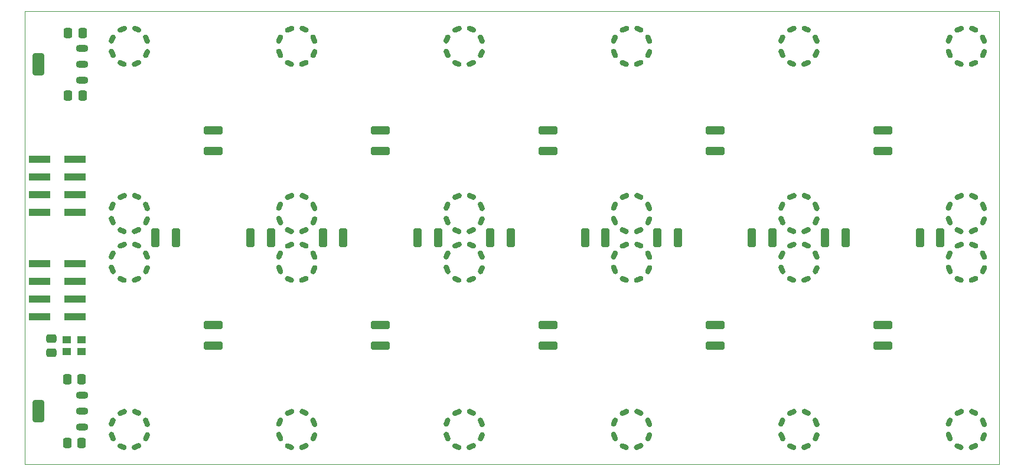
<source format=gbr>
%TF.GenerationSoftware,KiCad,Pcbnew,8.0.6*%
%TF.CreationDate,2024-12-06T19:08:15+01:00*%
%TF.ProjectId,AsicsBoard - 10xBM1370 - 01A,41736963-7342-46f6-9172-64202d203130,rev?*%
%TF.SameCoordinates,Original*%
%TF.FileFunction,Paste,Bot*%
%TF.FilePolarity,Positive*%
%FSLAX46Y46*%
G04 Gerber Fmt 4.6, Leading zero omitted, Abs format (unit mm)*
G04 Created by KiCad (PCBNEW 8.0.6) date 2024-12-06 19:08:15*
%MOMM*%
%LPD*%
G01*
G04 APERTURE LIST*
G04 Aperture macros list*
%AMRoundRect*
0 Rectangle with rounded corners*
0 $1 Rounding radius*
0 $2 $3 $4 $5 $6 $7 $8 $9 X,Y pos of 4 corners*
0 Add a 4 corners polygon primitive as box body*
4,1,4,$2,$3,$4,$5,$6,$7,$8,$9,$2,$3,0*
0 Add four circle primitives for the rounded corners*
1,1,$1+$1,$2,$3*
1,1,$1+$1,$4,$5*
1,1,$1+$1,$6,$7*
1,1,$1+$1,$8,$9*
0 Add four rect primitives between the rounded corners*
20,1,$1+$1,$2,$3,$4,$5,0*
20,1,$1+$1,$4,$5,$6,$7,0*
20,1,$1+$1,$6,$7,$8,$9,0*
20,1,$1+$1,$8,$9,$2,$3,0*%
G04 Aperture macros list end*
%ADD10C,0.800000*%
%ADD11RoundRect,0.250000X0.325000X1.100000X-0.325000X1.100000X-0.325000X-1.100000X0.325000X-1.100000X0*%
%ADD12RoundRect,0.250000X-0.325000X-1.100000X0.325000X-1.100000X0.325000X1.100000X-0.325000X1.100000X0*%
%ADD13RoundRect,0.250000X0.337500X0.475000X-0.337500X0.475000X-0.337500X-0.475000X0.337500X-0.475000X0*%
%ADD14RoundRect,0.250000X1.100000X-0.325000X1.100000X0.325000X-1.100000X0.325000X-1.100000X-0.325000X0*%
%ADD15R,3.150000X1.000000*%
%ADD16RoundRect,0.422400X-0.457600X0.057600X-0.457600X-0.057600X0.457600X-0.057600X0.457600X0.057600X0*%
%ADD17RoundRect,0.457600X-0.422400X1.172400X-0.422400X-1.172400X0.422400X-1.172400X0.422400X1.172400X0*%
%ADD18RoundRect,0.250000X-1.100000X0.325000X-1.100000X-0.325000X1.100000X-0.325000X1.100000X0.325000X0*%
%ADD19R,1.300000X1.100000*%
%ADD20RoundRect,0.250000X-0.475000X0.337500X-0.475000X-0.337500X0.475000X-0.337500X0.475000X0.337500X0*%
%TA.AperFunction,Profile*%
%ADD21C,0.100000*%
%TD*%
G04 APERTURE END LIST*
D10*
%TO.C,H33*%
X197421758Y-90224529D02*
G75*
G02*
X197654246Y-89678588I2578152J-775431D01*
G01*
X197675401Y-92320084D02*
G75*
G02*
X197426075Y-91722007I2324599J1320084D01*
G01*
X198679916Y-88675401D02*
G75*
G02*
X199277993Y-88426075I1320064J-2324549D01*
G01*
X199224529Y-93578242D02*
G75*
G02*
X198678588Y-93345754I775431J2578152D01*
G01*
X200775471Y-88421758D02*
G75*
G02*
X201321412Y-88654246I-775431J-2578157D01*
G01*
X201320084Y-93324599D02*
G75*
G02*
X200722007Y-93573925I-1320066J2324554D01*
G01*
X202324599Y-89679916D02*
G75*
G02*
X202573925Y-90277993I-2324554J-1320066D01*
G01*
X202578242Y-91775471D02*
G75*
G02*
X202345754Y-92321412I-2578157J775431D01*
G01*
%TO.C,H11*%
X77421758Y-83224529D02*
G75*
G02*
X77654246Y-82678588I2578152J-775431D01*
G01*
X77675401Y-85320084D02*
G75*
G02*
X77426075Y-84722007I2324599J1320084D01*
G01*
X78679916Y-81675401D02*
G75*
G02*
X79277993Y-81426075I1320064J-2324549D01*
G01*
X79224529Y-86578242D02*
G75*
G02*
X78678588Y-86345754I775431J2578152D01*
G01*
X80775471Y-81421758D02*
G75*
G02*
X81321412Y-81654246I-775431J-2578157D01*
G01*
X81320084Y-86324599D02*
G75*
G02*
X80722007Y-86573925I-1320066J2324554D01*
G01*
X82324599Y-82679916D02*
G75*
G02*
X82573925Y-83277993I-2324554J-1320066D01*
G01*
X82578242Y-84775471D02*
G75*
G02*
X82345754Y-85321412I-2578157J775431D01*
G01*
%TO.C,H27*%
X173421758Y-83224529D02*
G75*
G02*
X173654246Y-82678588I2578152J-775431D01*
G01*
X173675401Y-85320084D02*
G75*
G02*
X173426075Y-84722007I2324599J1320084D01*
G01*
X174679916Y-81675401D02*
G75*
G02*
X175277993Y-81426075I1320064J-2324549D01*
G01*
X175224529Y-86578242D02*
G75*
G02*
X174678588Y-86345754I775431J2578152D01*
G01*
X176775471Y-81421758D02*
G75*
G02*
X177321412Y-81654246I-775431J-2578157D01*
G01*
X177320084Y-86324599D02*
G75*
G02*
X176722007Y-86573925I-1320066J2324554D01*
G01*
X178324599Y-82679916D02*
G75*
G02*
X178573925Y-83277993I-2324554J-1320066D01*
G01*
X178578242Y-84775471D02*
G75*
G02*
X178345754Y-85321412I-2578157J775431D01*
G01*
%TO.C,H14*%
X77421758Y-114224529D02*
G75*
G02*
X77654246Y-113678588I2578152J-775431D01*
G01*
X77675401Y-116320084D02*
G75*
G02*
X77426075Y-115722007I2324599J1320084D01*
G01*
X78679916Y-112675401D02*
G75*
G02*
X79277993Y-112426075I1320064J-2324549D01*
G01*
X79224529Y-117578242D02*
G75*
G02*
X78678588Y-117345754I775431J2578152D01*
G01*
X80775471Y-112421758D02*
G75*
G02*
X81321412Y-112654246I-775431J-2578157D01*
G01*
X81320084Y-117324599D02*
G75*
G02*
X80722007Y-117573925I-1320066J2324554D01*
G01*
X82324599Y-113679916D02*
G75*
G02*
X82573925Y-114277993I-2324554J-1320066D01*
G01*
X82578242Y-115775471D02*
G75*
G02*
X82345754Y-116321412I-2578157J775431D01*
G01*
%TO.C,H34*%
X197421758Y-114224529D02*
G75*
G02*
X197654246Y-113678588I2578152J-775431D01*
G01*
X197675401Y-116320084D02*
G75*
G02*
X197426075Y-115722007I2324599J1320084D01*
G01*
X198679916Y-112675401D02*
G75*
G02*
X199277993Y-112426075I1320064J-2324549D01*
G01*
X199224529Y-117578242D02*
G75*
G02*
X198678588Y-117345754I775431J2578152D01*
G01*
X200775471Y-112421758D02*
G75*
G02*
X201321412Y-112654246I-775431J-2578157D01*
G01*
X201320084Y-117324599D02*
G75*
G02*
X200722007Y-117573925I-1320066J2324554D01*
G01*
X202324599Y-113679916D02*
G75*
G02*
X202573925Y-114277993I-2324554J-1320066D01*
G01*
X202578242Y-115775471D02*
G75*
G02*
X202345754Y-116321412I-2578157J775431D01*
G01*
%TO.C,H21*%
X125421758Y-90224529D02*
G75*
G02*
X125654246Y-89678588I2578152J-775431D01*
G01*
X125675401Y-92320084D02*
G75*
G02*
X125426075Y-91722007I2324599J1320084D01*
G01*
X126679916Y-88675401D02*
G75*
G02*
X127277993Y-88426075I1320064J-2324549D01*
G01*
X127224529Y-93578242D02*
G75*
G02*
X126678588Y-93345754I775431J2578152D01*
G01*
X128775471Y-88421758D02*
G75*
G02*
X129321412Y-88654246I-775431J-2578157D01*
G01*
X129320084Y-93324599D02*
G75*
G02*
X128722007Y-93573925I-1320066J2324554D01*
G01*
X130324599Y-89679916D02*
G75*
G02*
X130573925Y-90277993I-2324554J-1320066D01*
G01*
X130578242Y-91775471D02*
G75*
G02*
X130345754Y-92321412I-2578157J775431D01*
G01*
%TO.C,H20*%
X125421758Y-59224529D02*
G75*
G02*
X125654246Y-58678588I2578152J-775431D01*
G01*
X125675401Y-61320084D02*
G75*
G02*
X125426075Y-60722007I2324599J1320084D01*
G01*
X126679916Y-57675401D02*
G75*
G02*
X127277993Y-57426075I1320064J-2324549D01*
G01*
X127224529Y-62578242D02*
G75*
G02*
X126678588Y-62345754I775431J2578152D01*
G01*
X128775471Y-57421758D02*
G75*
G02*
X129321412Y-57654246I-775431J-2578157D01*
G01*
X129320084Y-62324599D02*
G75*
G02*
X128722007Y-62573925I-1320066J2324554D01*
G01*
X130324599Y-58679916D02*
G75*
G02*
X130573925Y-59277993I-2324554J-1320066D01*
G01*
X130578242Y-60775471D02*
G75*
G02*
X130345754Y-61321412I-2578157J775431D01*
G01*
%TO.C,H19*%
X125421758Y-83224529D02*
G75*
G02*
X125654246Y-82678588I2578152J-775431D01*
G01*
X125675401Y-85320084D02*
G75*
G02*
X125426075Y-84722007I2324599J1320084D01*
G01*
X126679916Y-81675401D02*
G75*
G02*
X127277993Y-81426075I1320064J-2324549D01*
G01*
X127224529Y-86578242D02*
G75*
G02*
X126678588Y-86345754I775431J2578152D01*
G01*
X128775471Y-81421758D02*
G75*
G02*
X129321412Y-81654246I-775431J-2578157D01*
G01*
X129320084Y-86324599D02*
G75*
G02*
X128722007Y-86573925I-1320066J2324554D01*
G01*
X130324599Y-82679916D02*
G75*
G02*
X130573925Y-83277993I-2324554J-1320066D01*
G01*
X130578242Y-84775471D02*
G75*
G02*
X130345754Y-85321412I-2578157J775431D01*
G01*
%TO.C,H32*%
X197421758Y-59224529D02*
G75*
G02*
X197654246Y-58678588I2578152J-775431D01*
G01*
X197675401Y-61320084D02*
G75*
G02*
X197426075Y-60722007I2324599J1320084D01*
G01*
X198679916Y-57675401D02*
G75*
G02*
X199277993Y-57426075I1320064J-2324549D01*
G01*
X199224529Y-62578242D02*
G75*
G02*
X198678588Y-62345754I775431J2578152D01*
G01*
X200775471Y-57421758D02*
G75*
G02*
X201321412Y-57654246I-775431J-2578157D01*
G01*
X201320084Y-62324599D02*
G75*
G02*
X200722007Y-62573925I-1320066J2324554D01*
G01*
X202324599Y-58679916D02*
G75*
G02*
X202573925Y-59277993I-2324554J-1320066D01*
G01*
X202578242Y-60775471D02*
G75*
G02*
X202345754Y-61321412I-2578157J775431D01*
G01*
%TO.C,H13*%
X77421758Y-90224529D02*
G75*
G02*
X77654246Y-89678588I2578152J-775431D01*
G01*
X77675401Y-92320084D02*
G75*
G02*
X77426075Y-91722007I2324599J1320084D01*
G01*
X78679916Y-88675401D02*
G75*
G02*
X79277993Y-88426075I1320064J-2324549D01*
G01*
X79224529Y-93578242D02*
G75*
G02*
X78678588Y-93345754I775431J2578152D01*
G01*
X80775471Y-88421758D02*
G75*
G02*
X81321412Y-88654246I-775431J-2578157D01*
G01*
X81320084Y-93324599D02*
G75*
G02*
X80722007Y-93573925I-1320066J2324554D01*
G01*
X82324599Y-89679916D02*
G75*
G02*
X82573925Y-90277993I-2324554J-1320066D01*
G01*
X82578242Y-91775471D02*
G75*
G02*
X82345754Y-92321412I-2578157J775431D01*
G01*
%TO.C,H31*%
X197421758Y-83224529D02*
G75*
G02*
X197654246Y-82678588I2578152J-775431D01*
G01*
X197675401Y-85320084D02*
G75*
G02*
X197426075Y-84722007I2324599J1320084D01*
G01*
X198679916Y-81675401D02*
G75*
G02*
X199277993Y-81426075I1320064J-2324549D01*
G01*
X199224529Y-86578242D02*
G75*
G02*
X198678588Y-86345754I775431J2578152D01*
G01*
X200775471Y-81421758D02*
G75*
G02*
X201321412Y-81654246I-775431J-2578157D01*
G01*
X201320084Y-86324599D02*
G75*
G02*
X200722007Y-86573925I-1320066J2324554D01*
G01*
X202324599Y-82679916D02*
G75*
G02*
X202573925Y-83277993I-2324554J-1320066D01*
G01*
X202578242Y-84775471D02*
G75*
G02*
X202345754Y-85321412I-2578157J775431D01*
G01*
%TO.C,H30*%
X173421758Y-114224529D02*
G75*
G02*
X173654246Y-113678588I2578152J-775431D01*
G01*
X173675401Y-116320084D02*
G75*
G02*
X173426075Y-115722007I2324599J1320084D01*
G01*
X174679916Y-112675401D02*
G75*
G02*
X175277993Y-112426075I1320064J-2324549D01*
G01*
X175224529Y-117578242D02*
G75*
G02*
X174678588Y-117345754I775431J2578152D01*
G01*
X176775471Y-112421758D02*
G75*
G02*
X177321412Y-112654246I-775431J-2578157D01*
G01*
X177320084Y-117324599D02*
G75*
G02*
X176722007Y-117573925I-1320066J2324554D01*
G01*
X178324599Y-113679916D02*
G75*
G02*
X178573925Y-114277993I-2324554J-1320066D01*
G01*
X178578242Y-115775471D02*
G75*
G02*
X178345754Y-116321412I-2578157J775431D01*
G01*
%TO.C,H23*%
X149421758Y-83224529D02*
G75*
G02*
X149654246Y-82678588I2578152J-775431D01*
G01*
X149675401Y-85320084D02*
G75*
G02*
X149426075Y-84722007I2324599J1320084D01*
G01*
X150679916Y-81675401D02*
G75*
G02*
X151277993Y-81426075I1320064J-2324549D01*
G01*
X151224529Y-86578242D02*
G75*
G02*
X150678588Y-86345754I775431J2578152D01*
G01*
X152775471Y-81421758D02*
G75*
G02*
X153321412Y-81654246I-775431J-2578157D01*
G01*
X153320084Y-86324599D02*
G75*
G02*
X152722007Y-86573925I-1320066J2324554D01*
G01*
X154324599Y-82679916D02*
G75*
G02*
X154573925Y-83277993I-2324554J-1320066D01*
G01*
X154578242Y-84775471D02*
G75*
G02*
X154345754Y-85321412I-2578157J775431D01*
G01*
%TO.C,H17*%
X101421758Y-90224529D02*
G75*
G02*
X101654246Y-89678588I2578152J-775431D01*
G01*
X101675401Y-92320084D02*
G75*
G02*
X101426075Y-91722007I2324599J1320084D01*
G01*
X102679916Y-88675401D02*
G75*
G02*
X103277993Y-88426075I1320064J-2324549D01*
G01*
X103224529Y-93578242D02*
G75*
G02*
X102678588Y-93345754I775431J2578152D01*
G01*
X104775471Y-88421758D02*
G75*
G02*
X105321412Y-88654246I-775431J-2578157D01*
G01*
X105320084Y-93324599D02*
G75*
G02*
X104722007Y-93573925I-1320066J2324554D01*
G01*
X106324599Y-89679916D02*
G75*
G02*
X106573925Y-90277993I-2324554J-1320066D01*
G01*
X106578242Y-91775471D02*
G75*
G02*
X106345754Y-92321412I-2578157J775431D01*
G01*
%TO.C,H25*%
X149421758Y-90224529D02*
G75*
G02*
X149654246Y-89678588I2578152J-775431D01*
G01*
X149675401Y-92320084D02*
G75*
G02*
X149426075Y-91722007I2324599J1320084D01*
G01*
X150679916Y-88675401D02*
G75*
G02*
X151277993Y-88426075I1320064J-2324549D01*
G01*
X151224529Y-93578242D02*
G75*
G02*
X150678588Y-93345754I775431J2578152D01*
G01*
X152775471Y-88421758D02*
G75*
G02*
X153321412Y-88654246I-775431J-2578157D01*
G01*
X153320084Y-93324599D02*
G75*
G02*
X152722007Y-93573925I-1320066J2324554D01*
G01*
X154324599Y-89679916D02*
G75*
G02*
X154573925Y-90277993I-2324554J-1320066D01*
G01*
X154578242Y-91775471D02*
G75*
G02*
X154345754Y-92321412I-2578157J775431D01*
G01*
%TO.C,H22*%
X125421758Y-114224529D02*
G75*
G02*
X125654246Y-113678588I2578152J-775431D01*
G01*
X125675401Y-116320084D02*
G75*
G02*
X125426075Y-115722007I2324599J1320084D01*
G01*
X126679916Y-112675401D02*
G75*
G02*
X127277993Y-112426075I1320064J-2324549D01*
G01*
X127224529Y-117578242D02*
G75*
G02*
X126678588Y-117345754I775431J2578152D01*
G01*
X128775471Y-112421758D02*
G75*
G02*
X129321412Y-112654246I-775431J-2578157D01*
G01*
X129320084Y-117324599D02*
G75*
G02*
X128722007Y-117573925I-1320066J2324554D01*
G01*
X130324599Y-113679916D02*
G75*
G02*
X130573925Y-114277993I-2324554J-1320066D01*
G01*
X130578242Y-115775471D02*
G75*
G02*
X130345754Y-116321412I-2578157J775431D01*
G01*
%TO.C,H15*%
X101421758Y-83224529D02*
G75*
G02*
X101654246Y-82678588I2578152J-775431D01*
G01*
X101675401Y-85320084D02*
G75*
G02*
X101426075Y-84722007I2324599J1320084D01*
G01*
X102679916Y-81675401D02*
G75*
G02*
X103277993Y-81426075I1320064J-2324549D01*
G01*
X103224529Y-86578242D02*
G75*
G02*
X102678588Y-86345754I775431J2578152D01*
G01*
X104775471Y-81421758D02*
G75*
G02*
X105321412Y-81654246I-775431J-2578157D01*
G01*
X105320084Y-86324599D02*
G75*
G02*
X104722007Y-86573925I-1320066J2324554D01*
G01*
X106324599Y-82679916D02*
G75*
G02*
X106573925Y-83277993I-2324554J-1320066D01*
G01*
X106578242Y-84775471D02*
G75*
G02*
X106345754Y-85321412I-2578157J775431D01*
G01*
%TO.C,H12*%
X77421758Y-59224529D02*
G75*
G02*
X77654246Y-58678588I2578152J-775431D01*
G01*
X77675401Y-61320084D02*
G75*
G02*
X77426075Y-60722007I2324599J1320084D01*
G01*
X78679916Y-57675401D02*
G75*
G02*
X79277993Y-57426075I1320064J-2324549D01*
G01*
X79224529Y-62578242D02*
G75*
G02*
X78678588Y-62345754I775431J2578152D01*
G01*
X80775471Y-57421758D02*
G75*
G02*
X81321412Y-57654246I-775431J-2578157D01*
G01*
X81320084Y-62324599D02*
G75*
G02*
X80722007Y-62573925I-1320066J2324554D01*
G01*
X82324599Y-58679916D02*
G75*
G02*
X82573925Y-59277993I-2324554J-1320066D01*
G01*
X82578242Y-60775471D02*
G75*
G02*
X82345754Y-61321412I-2578157J775431D01*
G01*
%TO.C,H29*%
X173421758Y-90224529D02*
G75*
G02*
X173654246Y-89678588I2578152J-775431D01*
G01*
X173675401Y-92320084D02*
G75*
G02*
X173426075Y-91722007I2324599J1320084D01*
G01*
X174679916Y-88675401D02*
G75*
G02*
X175277993Y-88426075I1320064J-2324549D01*
G01*
X175224529Y-93578242D02*
G75*
G02*
X174678588Y-93345754I775431J2578152D01*
G01*
X176775471Y-88421758D02*
G75*
G02*
X177321412Y-88654246I-775431J-2578157D01*
G01*
X177320084Y-93324599D02*
G75*
G02*
X176722007Y-93573925I-1320066J2324554D01*
G01*
X178324599Y-89679916D02*
G75*
G02*
X178573925Y-90277993I-2324554J-1320066D01*
G01*
X178578242Y-91775471D02*
G75*
G02*
X178345754Y-92321412I-2578157J775431D01*
G01*
%TO.C,H24*%
X149421758Y-59224529D02*
G75*
G02*
X149654246Y-58678588I2578152J-775431D01*
G01*
X149675401Y-61320084D02*
G75*
G02*
X149426075Y-60722007I2324599J1320084D01*
G01*
X150679916Y-57675401D02*
G75*
G02*
X151277993Y-57426075I1320064J-2324549D01*
G01*
X151224529Y-62578242D02*
G75*
G02*
X150678588Y-62345754I775431J2578152D01*
G01*
X152775471Y-57421758D02*
G75*
G02*
X153321412Y-57654246I-775431J-2578157D01*
G01*
X153320084Y-62324599D02*
G75*
G02*
X152722007Y-62573925I-1320066J2324554D01*
G01*
X154324599Y-58679916D02*
G75*
G02*
X154573925Y-59277993I-2324554J-1320066D01*
G01*
X154578242Y-60775471D02*
G75*
G02*
X154345754Y-61321412I-2578157J775431D01*
G01*
%TO.C,H18*%
X101421758Y-114224529D02*
G75*
G02*
X101654246Y-113678588I2578152J-775431D01*
G01*
X101675401Y-116320084D02*
G75*
G02*
X101426075Y-115722007I2324599J1320084D01*
G01*
X102679916Y-112675401D02*
G75*
G02*
X103277993Y-112426075I1320064J-2324549D01*
G01*
X103224529Y-117578242D02*
G75*
G02*
X102678588Y-117345754I775431J2578152D01*
G01*
X104775471Y-112421758D02*
G75*
G02*
X105321412Y-112654246I-775431J-2578157D01*
G01*
X105320084Y-117324599D02*
G75*
G02*
X104722007Y-117573925I-1320066J2324554D01*
G01*
X106324599Y-113679916D02*
G75*
G02*
X106573925Y-114277993I-2324554J-1320066D01*
G01*
X106578242Y-115775471D02*
G75*
G02*
X106345754Y-116321412I-2578157J775431D01*
G01*
%TO.C,H26*%
X149421758Y-114224529D02*
G75*
G02*
X149654246Y-113678588I2578152J-775431D01*
G01*
X149675401Y-116320084D02*
G75*
G02*
X149426075Y-115722007I2324599J1320084D01*
G01*
X150679916Y-112675401D02*
G75*
G02*
X151277993Y-112426075I1320064J-2324549D01*
G01*
X151224529Y-117578242D02*
G75*
G02*
X150678588Y-117345754I775431J2578152D01*
G01*
X152775471Y-112421758D02*
G75*
G02*
X153321412Y-112654246I-775431J-2578157D01*
G01*
X153320084Y-117324599D02*
G75*
G02*
X152722007Y-117573925I-1320066J2324554D01*
G01*
X154324599Y-113679916D02*
G75*
G02*
X154573925Y-114277993I-2324554J-1320066D01*
G01*
X154578242Y-115775471D02*
G75*
G02*
X154345754Y-116321412I-2578157J775431D01*
G01*
%TO.C,H28*%
X173421758Y-59224529D02*
G75*
G02*
X173654246Y-58678588I2578152J-775431D01*
G01*
X173675401Y-61320084D02*
G75*
G02*
X173426075Y-60722007I2324599J1320084D01*
G01*
X174679916Y-57675401D02*
G75*
G02*
X175277993Y-57426075I1320064J-2324549D01*
G01*
X175224529Y-62578242D02*
G75*
G02*
X174678588Y-62345754I775431J2578152D01*
G01*
X176775471Y-57421758D02*
G75*
G02*
X177321412Y-57654246I-775431J-2578157D01*
G01*
X177320084Y-62324599D02*
G75*
G02*
X176722007Y-62573925I-1320066J2324554D01*
G01*
X178324599Y-58679916D02*
G75*
G02*
X178573925Y-59277993I-2324554J-1320066D01*
G01*
X178578242Y-60775471D02*
G75*
G02*
X178345754Y-61321412I-2578157J775431D01*
G01*
%TO.C,H16*%
X101421758Y-59224529D02*
G75*
G02*
X101654246Y-58678588I2578152J-775431D01*
G01*
X101675401Y-61320084D02*
G75*
G02*
X101426075Y-60722007I2324599J1320084D01*
G01*
X102679916Y-57675401D02*
G75*
G02*
X103277993Y-57426075I1320064J-2324549D01*
G01*
X103224529Y-62578242D02*
G75*
G02*
X102678588Y-62345754I775431J2578152D01*
G01*
X104775471Y-57421758D02*
G75*
G02*
X105321412Y-57654246I-775431J-2578157D01*
G01*
X105320084Y-62324599D02*
G75*
G02*
X104722007Y-62573925I-1320066J2324554D01*
G01*
X106324599Y-58679916D02*
G75*
G02*
X106573925Y-59277993I-2324554J-1320066D01*
G01*
X106578242Y-60775471D02*
G75*
G02*
X106345754Y-61321412I-2578157J775431D01*
G01*
%TD*%
D11*
%TO.C,C185*%
X196275000Y-87500000D03*
X193325000Y-87500000D03*
%TD*%
D12*
%TO.C,C184*%
X179725000Y-87500000D03*
X182675000Y-87500000D03*
%TD*%
D11*
%TO.C,C183*%
X172200000Y-87500000D03*
X169250000Y-87500000D03*
%TD*%
D12*
%TO.C,C182*%
X155725000Y-87500000D03*
X158675000Y-87500000D03*
%TD*%
D11*
%TO.C,C181*%
X148275000Y-87500000D03*
X145325000Y-87500000D03*
%TD*%
D12*
%TO.C,C180*%
X131725000Y-87500000D03*
X134675000Y-87500000D03*
%TD*%
D11*
%TO.C,C179*%
X124275000Y-87500000D03*
X121325000Y-87500000D03*
%TD*%
D12*
%TO.C,C178*%
X107725000Y-87500000D03*
X110675000Y-87500000D03*
%TD*%
D11*
%TO.C,C177*%
X100275000Y-87500000D03*
X97325000Y-87500000D03*
%TD*%
D12*
%TO.C,C176*%
X83725000Y-87500000D03*
X86675000Y-87500000D03*
%TD*%
D13*
%TO.C,C3*%
X73149500Y-116952000D03*
X71074500Y-116952000D03*
%TD*%
D14*
%TO.C,C112*%
X188000000Y-75017000D03*
X188000000Y-72067000D03*
%TD*%
D15*
%TO.C,J1*%
X72195000Y-91232000D03*
X67145000Y-91232000D03*
X72195000Y-93772000D03*
X67145000Y-93772000D03*
X72195000Y-96312000D03*
X67145000Y-96312000D03*
X72195000Y-98852000D03*
X67145000Y-98852000D03*
%TD*%
D13*
%TO.C,C2*%
X73276500Y-58067500D03*
X71201500Y-58067500D03*
%TD*%
D16*
%TO.C,U2*%
X73205000Y-110080000D03*
X73205000Y-112380000D03*
X73205000Y-114680000D03*
D17*
X66955000Y-112380000D03*
%TD*%
D18*
%TO.C,C10*%
X116000000Y-99983000D03*
X116000000Y-102933000D03*
%TD*%
%TO.C,C61*%
X140000000Y-99983000D03*
X140000000Y-102933000D03*
%TD*%
%TO.C,C95*%
X164000000Y-99983000D03*
X164000000Y-102933000D03*
%TD*%
D19*
%TO.C,U3*%
X71062000Y-102157000D03*
X73162000Y-102157000D03*
X73162000Y-103807000D03*
X71062000Y-103807000D03*
%TD*%
D13*
%TO.C,C4*%
X73276500Y-67084500D03*
X71201500Y-67084500D03*
%TD*%
D18*
%TO.C,C146*%
X188000000Y-99983000D03*
X188000000Y-102933000D03*
%TD*%
D15*
%TO.C,J2*%
X72195000Y-76232000D03*
X67145000Y-76232000D03*
X72195000Y-78772000D03*
X67145000Y-78772000D03*
X72195000Y-81312000D03*
X67145000Y-81312000D03*
X72195000Y-83852000D03*
X67145000Y-83852000D03*
%TD*%
D14*
%TO.C,C78*%
X140000000Y-75017000D03*
X140000000Y-72067000D03*
%TD*%
%TO.C,C163*%
X92000000Y-75017000D03*
X92000000Y-72067000D03*
%TD*%
D16*
%TO.C,U1*%
X73205000Y-60296000D03*
X73205000Y-62596000D03*
X73205000Y-64896000D03*
D17*
X66955000Y-62596000D03*
%TD*%
D18*
%TO.C,C27*%
X92000000Y-99983000D03*
X92000000Y-102933000D03*
%TD*%
D14*
%TO.C,C44*%
X164000000Y-75017000D03*
X164000000Y-72067000D03*
%TD*%
%TO.C,C129*%
X116000000Y-75017000D03*
X116000000Y-72067000D03*
%TD*%
D20*
%TO.C,C5*%
X68810000Y-101944500D03*
X68810000Y-104019500D03*
%TD*%
D13*
%TO.C,C1*%
X73149500Y-107808000D03*
X71074500Y-107808000D03*
%TD*%
D21*
X204750000Y-55000000D02*
X204750000Y-120000000D01*
X65000000Y-55000000D02*
X65000000Y-120000000D01*
X65000000Y-120000000D02*
X204750000Y-120000000D01*
X65000000Y-55000000D02*
X204750000Y-55000000D01*
M02*

</source>
